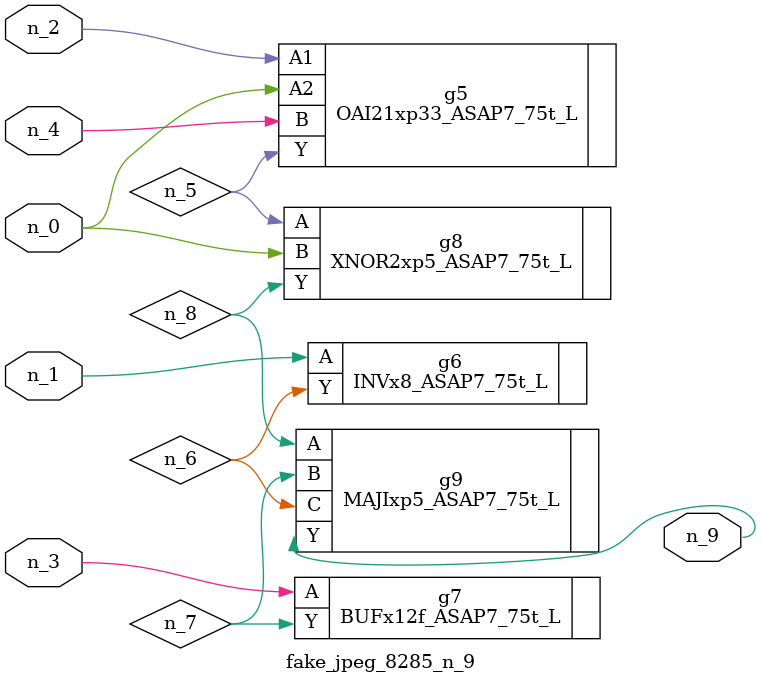
<source format=v>
module fake_jpeg_8285_n_9 (n_3, n_2, n_1, n_0, n_4, n_9);

input n_3;
input n_2;
input n_1;
input n_0;
input n_4;

output n_9;

wire n_8;
wire n_6;
wire n_5;
wire n_7;

OAI21xp33_ASAP7_75t_L g5 ( 
.A1(n_2),
.A2(n_0),
.B(n_4),
.Y(n_5)
);

INVx8_ASAP7_75t_L g6 ( 
.A(n_1),
.Y(n_6)
);

BUFx12f_ASAP7_75t_L g7 ( 
.A(n_3),
.Y(n_7)
);

XNOR2xp5_ASAP7_75t_L g8 ( 
.A(n_5),
.B(n_0),
.Y(n_8)
);

MAJIxp5_ASAP7_75t_L g9 ( 
.A(n_8),
.B(n_7),
.C(n_6),
.Y(n_9)
);


endmodule
</source>
